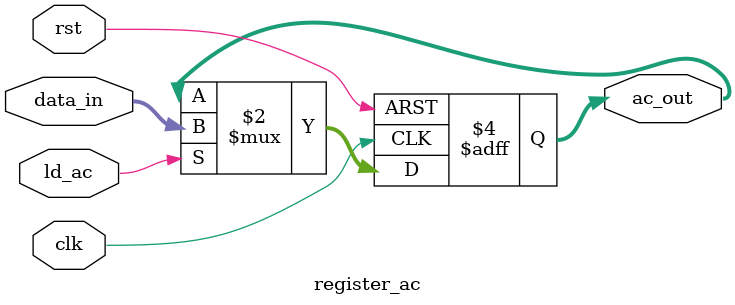
<source format=v>
module register_ac (
    input clk,
    input rst,
    input ld_ac,
    input [7:0] data_in,
    output reg [7:0] ac_out
);
    always @(posedge clk or posedge rst) begin
        if (rst) begin
            ac_out <= 0;
        end else if (ld_ac) begin
            ac_out <= data_in;
        end
    end
endmodule
</source>
